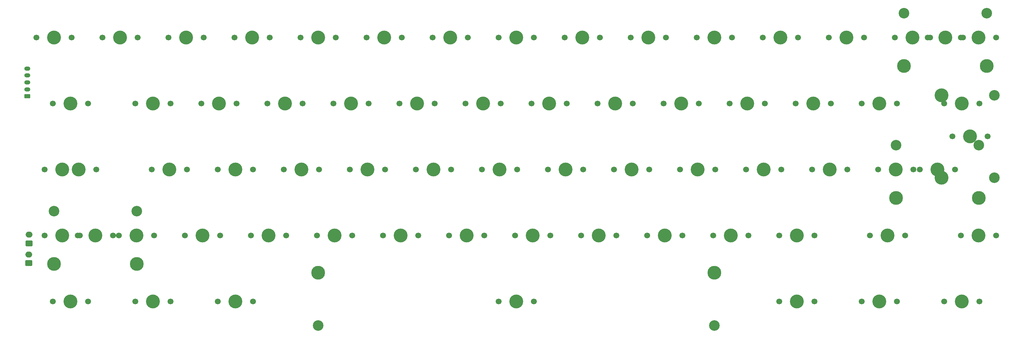
<source format=gbr>
%TF.GenerationSoftware,KiCad,Pcbnew,8.99.0-2194-gb3b7cbcab2*%
%TF.CreationDate,2024-09-18T03:31:56+07:00*%
%TF.ProjectId,Sebas_nuxros,53656261-735f-46e7-9578-726f732e6b69,rev?*%
%TF.SameCoordinates,Original*%
%TF.FileFunction,Soldermask,Top*%
%TF.FilePolarity,Negative*%
%FSLAX46Y46*%
G04 Gerber Fmt 4.6, Leading zero omitted, Abs format (unit mm)*
G04 Created by KiCad (PCBNEW 8.99.0-2194-gb3b7cbcab2) date 2024-09-18 03:31:56*
%MOMM*%
%LPD*%
G01*
G04 APERTURE LIST*
G04 Aperture macros list*
%AMRoundRect*
0 Rectangle with rounded corners*
0 $1 Rounding radius*
0 $2 $3 $4 $5 $6 $7 $8 $9 X,Y pos of 4 corners*
0 Add a 4 corners polygon primitive as box body*
4,1,4,$2,$3,$4,$5,$6,$7,$8,$9,$2,$3,0*
0 Add four circle primitives for the rounded corners*
1,1,$1+$1,$2,$3*
1,1,$1+$1,$4,$5*
1,1,$1+$1,$6,$7*
1,1,$1+$1,$8,$9*
0 Add four rect primitives between the rounded corners*
20,1,$1+$1,$2,$3,$4,$5,0*
20,1,$1+$1,$4,$5,$6,$7,0*
20,1,$1+$1,$6,$7,$8,$9,0*
20,1,$1+$1,$8,$9,$2,$3,0*%
G04 Aperture macros list end*
%ADD10C,1.700000*%
%ADD11C,4.000000*%
%ADD12C,3.050000*%
%ADD13RoundRect,0.250000X0.750000X-0.600000X0.750000X0.600000X-0.750000X0.600000X-0.750000X-0.600000X0*%
%ADD14O,2.000000X1.700000*%
%ADD15C,3.048000*%
%ADD16C,3.987800*%
%ADD17RoundRect,0.250000X0.625000X-0.350000X0.625000X0.350000X-0.625000X0.350000X-0.625000X-0.350000X0*%
%ADD18O,1.750000X1.200000*%
G04 APERTURE END LIST*
D10*
%TO.C,SW51*%
X163690000Y-90030000D03*
D11*
X168770000Y-90030000D03*
D10*
X173850000Y-90030000D03*
%TD*%
%TO.C,SW4*%
X63677500Y-32880000D03*
D11*
X68757500Y-32880000D03*
D10*
X73837500Y-32880000D03*
%TD*%
%TO.C,SW21*%
X111302500Y-51930000D03*
D11*
X116382500Y-51930000D03*
D10*
X121462500Y-51930000D03*
%TD*%
%TO.C,SW57*%
X11290500Y-109080000D03*
D11*
X16370500Y-109080000D03*
D10*
X21450500Y-109080000D03*
%TD*%
%TO.C,SW58*%
X35102500Y-109080000D03*
D11*
X40182500Y-109080000D03*
D10*
X45262500Y-109080000D03*
%TD*%
%TO.C,SW49*%
X125590000Y-90030000D03*
D11*
X130670000Y-90030000D03*
D10*
X135750000Y-90030000D03*
%TD*%
%TO.C,SW20*%
X92252500Y-51930000D03*
D11*
X97332500Y-51930000D03*
D10*
X102412500Y-51930000D03*
%TD*%
%TO.C,SW35*%
X116065000Y-70980000D03*
D11*
X121145000Y-70980000D03*
D10*
X126225000Y-70980000D03*
%TD*%
%TO.C,SW17*%
X35102500Y-51930000D03*
D11*
X40182500Y-51930000D03*
D10*
X45262500Y-51930000D03*
%TD*%
%TO.C,SW12*%
X216077500Y-32880000D03*
D11*
X221157500Y-32880000D03*
D10*
X226237500Y-32880000D03*
%TD*%
D11*
%TO.C,SW1003*%
X267685999Y-49555000D03*
X267685999Y-73355000D03*
D10*
X270845999Y-61455000D03*
D11*
X275925999Y-61455000D03*
D10*
X281005999Y-61455000D03*
D12*
X282925999Y-49555000D03*
X282925999Y-73355000D03*
%TD*%
D10*
%TO.C,SW16*%
X11290500Y-51930000D03*
D11*
X16370500Y-51930000D03*
D10*
X21450500Y-51930000D03*
%TD*%
%TO.C,SW33*%
X77965000Y-70980000D03*
D11*
X83045000Y-70980000D03*
D10*
X88125000Y-70980000D03*
%TD*%
%TO.C,SW13*%
X235127500Y-32880000D03*
D11*
X240207500Y-32880000D03*
D10*
X245287500Y-32880000D03*
%TD*%
D13*
%TO.C,SWb\u00F4trst1*%
X4465000Y-92300000D03*
D14*
X4465000Y-89800000D03*
%TD*%
D10*
%TO.C,SW1004*%
X249415000Y-70980000D03*
D11*
X254495000Y-70980000D03*
D10*
X259575000Y-70980000D03*
%TD*%
%TO.C,SW37*%
X154165000Y-70980000D03*
D11*
X159245000Y-70980000D03*
D10*
X164325000Y-70980000D03*
%TD*%
%TO.C,SW8*%
X139877500Y-32880000D03*
D11*
X144957500Y-32880000D03*
D10*
X150037500Y-32880000D03*
%TD*%
%TO.C,SW1*%
X6527500Y-32880000D03*
D11*
X11607500Y-32880000D03*
D10*
X16687500Y-32880000D03*
%TD*%
%TO.C,SW10*%
X177977500Y-32880000D03*
D11*
X183057500Y-32880000D03*
D10*
X188137500Y-32880000D03*
%TD*%
%TO.C,SW55*%
X247034000Y-90030000D03*
D11*
X252114000Y-90030000D03*
D10*
X257194000Y-90030000D03*
%TD*%
%TO.C,SW27*%
X225602500Y-51930000D03*
D11*
X230682500Y-51930000D03*
D10*
X235762500Y-51930000D03*
%TD*%
%TO.C,SW44*%
X30340000Y-90030000D03*
D11*
X35420000Y-90030000D03*
D10*
X40500000Y-90030000D03*
%TD*%
%TO.C,SW25*%
X187502500Y-51930000D03*
D11*
X192582500Y-51930000D03*
D10*
X197662500Y-51930000D03*
%TD*%
%TO.C,SW36*%
X135115000Y-70980000D03*
D11*
X140195000Y-70980000D03*
D10*
X145275000Y-70980000D03*
%TD*%
%TO.C,SW46*%
X68440000Y-90030000D03*
D11*
X73520000Y-90030000D03*
D10*
X78600000Y-90030000D03*
%TD*%
%TO.C,SW6*%
X101777500Y-32880000D03*
D11*
X106857500Y-32880000D03*
D10*
X111937500Y-32880000D03*
%TD*%
%TO.C,SW30*%
X13671500Y-70980000D03*
D11*
X18751500Y-70980000D03*
D10*
X23831500Y-70980000D03*
%TD*%
%TO.C,SW40*%
X211315000Y-70980000D03*
D11*
X216395000Y-70980000D03*
D10*
X221475000Y-70980000D03*
%TD*%
%TO.C,SW7*%
X120827500Y-32880000D03*
D11*
X125907500Y-32880000D03*
D10*
X130987500Y-32880000D03*
%TD*%
%TO.C,SW41*%
X230365000Y-70980000D03*
D11*
X235445000Y-70980000D03*
D10*
X240525000Y-70980000D03*
%TD*%
%TO.C,SW38*%
X173215000Y-70980000D03*
D11*
X178295000Y-70980000D03*
D10*
X183375000Y-70980000D03*
%TD*%
%TO.C,SW52*%
X182740000Y-90030000D03*
D11*
X187820000Y-90030000D03*
D10*
X192900000Y-90030000D03*
%TD*%
%TO.C,SW15*%
X273227500Y-32880000D03*
D11*
X278307500Y-32880000D03*
D10*
X283387500Y-32880000D03*
%TD*%
%TO.C,SW29*%
X268465500Y-51930000D03*
D11*
X273545500Y-51930000D03*
D10*
X278625500Y-51930000D03*
%TD*%
D15*
%TO.C,SW43*%
X254537600Y-63995000D03*
D16*
X254537600Y-79235000D03*
D10*
X261395600Y-70980000D03*
D11*
X266475600Y-70980000D03*
D10*
X271555600Y-70980000D03*
D15*
X278413600Y-63995000D03*
D16*
X278413600Y-79235000D03*
%TD*%
D10*
%TO.C,SW32*%
X58915000Y-70980000D03*
D11*
X63995000Y-70980000D03*
D10*
X69075000Y-70980000D03*
%TD*%
%TO.C,SW11*%
X197027500Y-32880000D03*
D11*
X202107500Y-32880000D03*
D10*
X207187500Y-32880000D03*
%TD*%
D15*
%TO.C,SW1002*%
X256844500Y-25895000D03*
D16*
X256844500Y-41135000D03*
D10*
X263702500Y-32880000D03*
D11*
X268782500Y-32880000D03*
D10*
X273862500Y-32880000D03*
D15*
X280720500Y-25895000D03*
D16*
X280720500Y-41135000D03*
%TD*%
D10*
%TO.C,SW56*%
X273227500Y-90030000D03*
D11*
X278307500Y-90030000D03*
D10*
X283387500Y-90030000D03*
%TD*%
%TO.C,SW59*%
X58915500Y-109080000D03*
D11*
X63995500Y-109080000D03*
D10*
X69075500Y-109080000D03*
%TD*%
%TO.C,SW18*%
X54152500Y-51930000D03*
D11*
X59232500Y-51930000D03*
D10*
X64312500Y-51930000D03*
%TD*%
%TO.C,SW3*%
X44627500Y-32880000D03*
D11*
X49707500Y-32880000D03*
D10*
X54787500Y-32880000D03*
%TD*%
%TO.C,SW39*%
X192265000Y-70980000D03*
D11*
X197345000Y-70980000D03*
D10*
X202425000Y-70980000D03*
%TD*%
%TO.C,SW47*%
X87490000Y-90030000D03*
D11*
X92570000Y-90030000D03*
D10*
X97650000Y-90030000D03*
%TD*%
%TO.C,SW5*%
X82727500Y-32880000D03*
D11*
X87807500Y-32880000D03*
D10*
X92887500Y-32880000D03*
%TD*%
%TO.C,SW2*%
X25577500Y-32880000D03*
D11*
X30657500Y-32880000D03*
D10*
X35737500Y-32880000D03*
%TD*%
%TO.C,SW23*%
X149402500Y-51930000D03*
D11*
X154482500Y-51930000D03*
D10*
X159562500Y-51930000D03*
%TD*%
%TO.C,SW53*%
X201790000Y-90030000D03*
D11*
X206870000Y-90030000D03*
D10*
X211950000Y-90030000D03*
%TD*%
D13*
%TO.C,SWb\u00F4t1*%
X4400000Y-98000000D03*
D14*
X4400000Y-95500000D03*
%TD*%
D10*
%TO.C,SW31*%
X39865000Y-70980000D03*
D11*
X44945000Y-70980000D03*
D10*
X50025000Y-70980000D03*
%TD*%
%TO.C,SW1001*%
X8908500Y-70980000D03*
D11*
X13988500Y-70980000D03*
D10*
X19068500Y-70980000D03*
%TD*%
%TO.C,SW50*%
X144640000Y-90030000D03*
D11*
X149720000Y-90030000D03*
D10*
X154800000Y-90030000D03*
%TD*%
D16*
%TO.C,SW62*%
X87807500Y-100825000D03*
D15*
X87807500Y-116065000D03*
D10*
X139877500Y-109080000D03*
D11*
X144957500Y-109080000D03*
D10*
X150037500Y-109080000D03*
D16*
X202107500Y-100825000D03*
D15*
X202107500Y-116065000D03*
%TD*%
D10*
%TO.C,SW70*%
X268465500Y-109080000D03*
D11*
X273545500Y-109080000D03*
D10*
X278625500Y-109080000D03*
%TD*%
%TO.C,SW69*%
X244652500Y-109080000D03*
D11*
X249732500Y-109080000D03*
D10*
X254812500Y-109080000D03*
%TD*%
%TO.C,SW22*%
X130352500Y-51930000D03*
D11*
X135432500Y-51930000D03*
D10*
X140512500Y-51930000D03*
%TD*%
%TO.C,SW68*%
X220840500Y-109080000D03*
D11*
X225920500Y-109080000D03*
D10*
X231000500Y-109080000D03*
%TD*%
%TO.C,SW28*%
X244652500Y-51930000D03*
D11*
X249732500Y-51930000D03*
D10*
X254812500Y-51930000D03*
%TD*%
D15*
%TO.C,SW1000*%
X11650100Y-83045000D03*
D16*
X11650100Y-98285000D03*
D10*
X18508100Y-90030000D03*
D11*
X23588100Y-90030000D03*
D10*
X28668100Y-90030000D03*
D15*
X35526100Y-83045000D03*
D16*
X35526100Y-98285000D03*
%TD*%
D10*
%TO.C,SW42*%
X8908500Y-90030000D03*
D11*
X13988500Y-90030000D03*
D10*
X19068500Y-90030000D03*
%TD*%
%TO.C,SW14*%
X254177500Y-32880000D03*
D11*
X259257500Y-32880000D03*
D10*
X264337500Y-32880000D03*
%TD*%
D17*
%TO.C,J2*%
X3970000Y-49830000D03*
D18*
X3970000Y-47830000D03*
X3970000Y-45830000D03*
X3970000Y-43830000D03*
X3970000Y-41830000D03*
%TD*%
D10*
%TO.C,SW34*%
X97015000Y-70980000D03*
D11*
X102095000Y-70980000D03*
D10*
X107175000Y-70980000D03*
%TD*%
%TO.C,SW26*%
X206552500Y-51930000D03*
D11*
X211632500Y-51930000D03*
D10*
X216712500Y-51930000D03*
%TD*%
%TO.C,SW45*%
X49390000Y-90030000D03*
D11*
X54470000Y-90030000D03*
D10*
X59550000Y-90030000D03*
%TD*%
%TO.C,SW24*%
X168452500Y-51930000D03*
D11*
X173532500Y-51930000D03*
D10*
X178612500Y-51930000D03*
%TD*%
%TO.C,SW19*%
X73202500Y-51930000D03*
D11*
X78282500Y-51930000D03*
D10*
X83362500Y-51930000D03*
%TD*%
%TO.C,SW54*%
X220840000Y-90030000D03*
D11*
X225920000Y-90030000D03*
D10*
X231000000Y-90030000D03*
%TD*%
%TO.C,SW48*%
X106540000Y-90030000D03*
D11*
X111620000Y-90030000D03*
D10*
X116700000Y-90030000D03*
%TD*%
%TO.C,SW9*%
X158927500Y-32880000D03*
D11*
X164007500Y-32880000D03*
D10*
X169087500Y-32880000D03*
%TD*%
M02*

</source>
